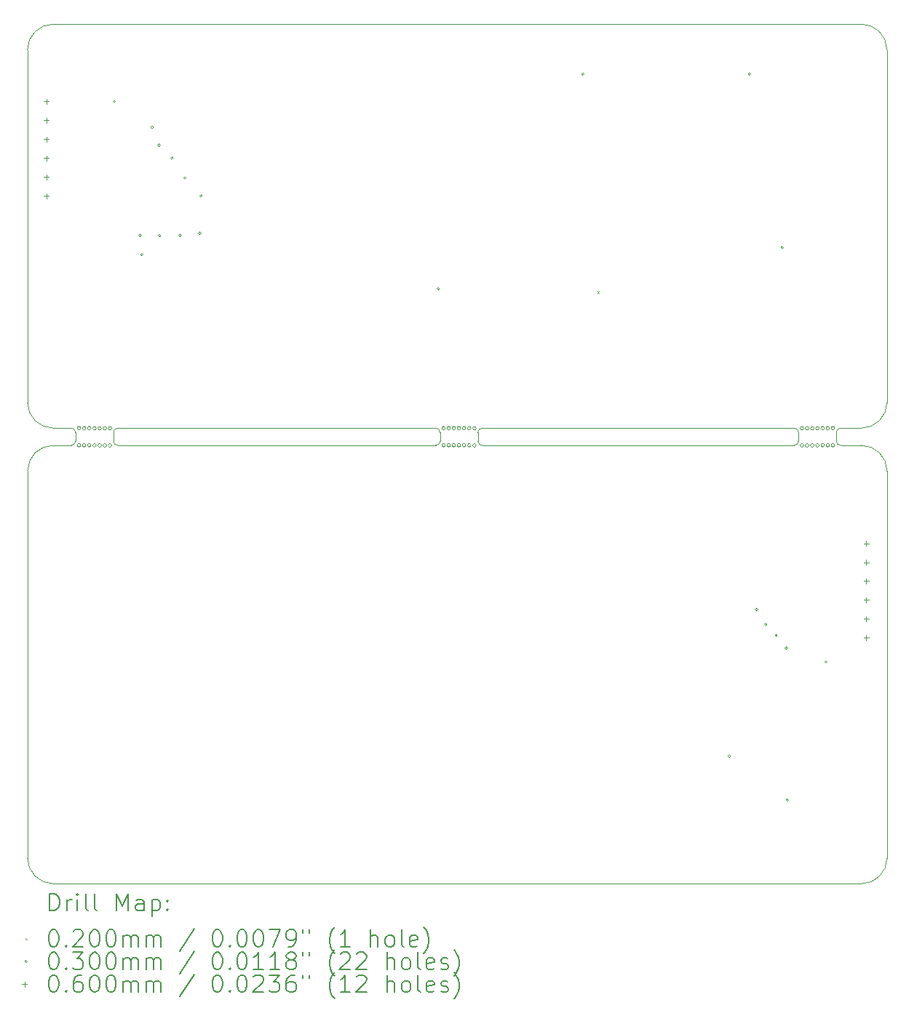
<source format=gbr>
%TF.GenerationSoftware,KiCad,Pcbnew,8.0.5*%
%TF.CreationDate,2024-10-21T22:27:20+11:00*%
%TF.ProjectId,TetrisKeyboard,54657472-6973-44b6-9579-626f6172642e,rev?*%
%TF.SameCoordinates,Original*%
%TF.FileFunction,Drillmap*%
%TF.FilePolarity,Positive*%
%FSLAX45Y45*%
G04 Gerber Fmt 4.5, Leading zero omitted, Abs format (unit mm)*
G04 Created by KiCad (PCBNEW 8.0.5) date 2024-10-21 22:27:20*
%MOMM*%
%LPD*%
G01*
G04 APERTURE LIST*
%ADD10C,0.050000*%
%ADD11C,0.200000*%
%ADD12C,0.100000*%
G04 APERTURE END LIST*
D10*
X6780000Y-7880000D02*
G75*
G02*
X6740000Y-7880000I-20000J0D01*
G01*
X6740000Y-7880000D02*
G75*
G02*
X6780000Y-7880000I20000J0D01*
G01*
X2780000Y-8080000D02*
G75*
G02*
X2740000Y-8080000I-20000J0D01*
G01*
X2740000Y-8080000D02*
G75*
G02*
X2780000Y-8080000I20000J0D01*
G01*
X11560000Y-7880000D02*
X11320000Y-7880000D01*
X1860000Y-3480000D02*
G75*
G02*
X2160000Y-3180000I300000J0D01*
G01*
X6900000Y-7880000D02*
G75*
G02*
X6860000Y-7880000I-20000J0D01*
G01*
X6860000Y-7880000D02*
G75*
G02*
X6900000Y-7880000I20000J0D01*
G01*
X10890000Y-7880000D02*
G75*
G02*
X10850000Y-7880000I-20000J0D01*
G01*
X10850000Y-7880000D02*
G75*
G02*
X10890000Y-7880000I20000J0D01*
G01*
X6660000Y-7930000D02*
X6660000Y-8030000D01*
X2840000Y-8080000D02*
G75*
G02*
X2800000Y-8080000I-20000J0D01*
G01*
X2800000Y-8080000D02*
G75*
G02*
X2840000Y-8080000I20000J0D01*
G01*
X11130000Y-7880000D02*
G75*
G02*
X11090000Y-7880000I-20000J0D01*
G01*
X11090000Y-7880000D02*
G75*
G02*
X11130000Y-7880000I20000J0D01*
G01*
X11190000Y-7880000D02*
G75*
G02*
X11150000Y-7880000I-20000J0D01*
G01*
X11150000Y-7880000D02*
G75*
G02*
X11190000Y-7880000I20000J0D01*
G01*
X10830000Y-8030000D02*
G75*
G02*
X10780000Y-8080000I-50000J0D01*
G01*
X11130000Y-8080000D02*
G75*
G02*
X11090000Y-8080000I-20000J0D01*
G01*
X11090000Y-8080000D02*
G75*
G02*
X11130000Y-8080000I20000J0D01*
G01*
X6720000Y-7880000D02*
G75*
G02*
X6680000Y-7880000I-20000J0D01*
G01*
X6680000Y-7880000D02*
G75*
G02*
X6720000Y-7880000I20000J0D01*
G01*
X11250000Y-8080000D02*
G75*
G02*
X11210000Y-8080000I-20000J0D01*
G01*
X11210000Y-8080000D02*
G75*
G02*
X11250000Y-8080000I20000J0D01*
G01*
X2480000Y-8080000D02*
G75*
G02*
X2440000Y-8080000I-20000J0D01*
G01*
X2440000Y-8080000D02*
G75*
G02*
X2480000Y-8080000I20000J0D01*
G01*
X1860000Y-7580000D02*
X1860000Y-3480000D01*
X6900000Y-8080000D02*
G75*
G02*
X6860000Y-8080000I-20000J0D01*
G01*
X6860000Y-8080000D02*
G75*
G02*
X6900000Y-8080000I20000J0D01*
G01*
X6660000Y-8030000D02*
G75*
G02*
X6610000Y-8080000I-50000J0D01*
G01*
X11860000Y-7580000D02*
G75*
G02*
X11560000Y-7880000I-300000J0D01*
G01*
X2160000Y-7880000D02*
G75*
G02*
X1860000Y-7580000I0J300000D01*
G01*
X11561000Y-13180000D02*
X2161000Y-13180000D01*
X7080000Y-8080000D02*
G75*
G02*
X7040000Y-8080000I-20000J0D01*
G01*
X7040000Y-8080000D02*
G75*
G02*
X7080000Y-8080000I20000J0D01*
G01*
X2480000Y-7880000D02*
G75*
G02*
X2440000Y-7880000I-20000J0D01*
G01*
X2440000Y-7880000D02*
G75*
G02*
X2480000Y-7880000I20000J0D01*
G01*
X6960000Y-8080000D02*
G75*
G02*
X6920000Y-8080000I-20000J0D01*
G01*
X6920000Y-8080000D02*
G75*
G02*
X6960000Y-8080000I20000J0D01*
G01*
X7020000Y-8080000D02*
G75*
G02*
X6980000Y-8080000I-20000J0D01*
G01*
X6980000Y-8080000D02*
G75*
G02*
X7020000Y-8080000I20000J0D01*
G01*
X2910000Y-8080000D02*
X6610000Y-8080000D01*
X10780000Y-7880000D02*
G75*
G02*
X10830000Y-7930000I0J-50000D01*
G01*
X11010000Y-8080000D02*
G75*
G02*
X10970000Y-8080000I-20000J0D01*
G01*
X10970000Y-8080000D02*
G75*
G02*
X11010000Y-8080000I20000J0D01*
G01*
X2420000Y-8030000D02*
G75*
G02*
X2370000Y-8080000I-50000J0D01*
G01*
X11561000Y-8080000D02*
G75*
G02*
X11861000Y-8380000I0J-300000D01*
G01*
X2420000Y-7930000D02*
X2420000Y-8030000D01*
X2600000Y-8080000D02*
G75*
G02*
X2560000Y-8080000I-20000J0D01*
G01*
X2560000Y-8080000D02*
G75*
G02*
X2600000Y-8080000I20000J0D01*
G01*
X11010000Y-7880000D02*
G75*
G02*
X10970000Y-7880000I-20000J0D01*
G01*
X10970000Y-7880000D02*
G75*
G02*
X11010000Y-7880000I20000J0D01*
G01*
X10950000Y-7880000D02*
G75*
G02*
X10910000Y-7880000I-20000J0D01*
G01*
X10910000Y-7880000D02*
G75*
G02*
X10950000Y-7880000I20000J0D01*
G01*
X2540000Y-8080000D02*
G75*
G02*
X2500000Y-8080000I-20000J0D01*
G01*
X2500000Y-8080000D02*
G75*
G02*
X2540000Y-8080000I20000J0D01*
G01*
X2860000Y-7930000D02*
G75*
G02*
X2910000Y-7880000I50000J0D01*
G01*
X2660000Y-7880000D02*
G75*
G02*
X2620000Y-7880000I-20000J0D01*
G01*
X2620000Y-7880000D02*
G75*
G02*
X2660000Y-7880000I20000J0D01*
G01*
X2161000Y-8080000D02*
X2370000Y-8080000D01*
X1861000Y-8380000D02*
G75*
G02*
X2161000Y-8080000I300000J0D01*
G01*
X6610000Y-7880000D02*
G75*
G02*
X6660000Y-7930000I0J-50000D01*
G01*
X10890000Y-8080000D02*
G75*
G02*
X10850000Y-8080000I-20000J0D01*
G01*
X10850000Y-8080000D02*
G75*
G02*
X10890000Y-8080000I20000J0D01*
G01*
X11270000Y-7930000D02*
X11270000Y-8030000D01*
X2860000Y-7930000D02*
X2860000Y-8030000D01*
X11250000Y-7880000D02*
G75*
G02*
X11210000Y-7880000I-20000J0D01*
G01*
X11210000Y-7880000D02*
G75*
G02*
X11250000Y-7880000I20000J0D01*
G01*
X6720000Y-8080000D02*
G75*
G02*
X6680000Y-8080000I-20000J0D01*
G01*
X6680000Y-8080000D02*
G75*
G02*
X6720000Y-8080000I20000J0D01*
G01*
X11861000Y-12880000D02*
G75*
G02*
X11561000Y-13180000I-300000J0D01*
G01*
X6780000Y-8080000D02*
G75*
G02*
X6740000Y-8080000I-20000J0D01*
G01*
X6740000Y-8080000D02*
G75*
G02*
X6780000Y-8080000I20000J0D01*
G01*
X11070000Y-7880000D02*
G75*
G02*
X11030000Y-7880000I-20000J0D01*
G01*
X11030000Y-7880000D02*
G75*
G02*
X11070000Y-7880000I20000J0D01*
G01*
X11320000Y-8080000D02*
G75*
G02*
X11270000Y-8030000I0J50000D01*
G01*
X2910000Y-7880000D02*
X6610000Y-7880000D01*
X2720000Y-7880000D02*
G75*
G02*
X2680000Y-7880000I-20000J0D01*
G01*
X2680000Y-7880000D02*
G75*
G02*
X2720000Y-7880000I20000J0D01*
G01*
X11190000Y-8080000D02*
G75*
G02*
X11150000Y-8080000I-20000J0D01*
G01*
X11150000Y-8080000D02*
G75*
G02*
X11190000Y-8080000I20000J0D01*
G01*
X7080000Y-7880000D02*
G75*
G02*
X7040000Y-7880000I-20000J0D01*
G01*
X7040000Y-7880000D02*
G75*
G02*
X7080000Y-7880000I20000J0D01*
G01*
X6840000Y-8080000D02*
G75*
G02*
X6800000Y-8080000I-20000J0D01*
G01*
X6800000Y-8080000D02*
G75*
G02*
X6840000Y-8080000I20000J0D01*
G01*
X2370000Y-7880000D02*
X2160000Y-7880000D01*
X11320000Y-8080000D02*
X11561000Y-8080000D01*
X7150000Y-8080000D02*
X10780000Y-8080000D01*
X11560000Y-3180000D02*
G75*
G02*
X11860000Y-3480000I0J-300000D01*
G01*
X2600000Y-7880000D02*
G75*
G02*
X2560000Y-7880000I-20000J0D01*
G01*
X2560000Y-7880000D02*
G75*
G02*
X2600000Y-7880000I20000J0D01*
G01*
X2160000Y-3180000D02*
X11560000Y-3180000D01*
X6840000Y-7880000D02*
G75*
G02*
X6800000Y-7880000I-20000J0D01*
G01*
X6800000Y-7880000D02*
G75*
G02*
X6840000Y-7880000I20000J0D01*
G01*
X2840000Y-7880000D02*
G75*
G02*
X2800000Y-7880000I-20000J0D01*
G01*
X2800000Y-7880000D02*
G75*
G02*
X2840000Y-7880000I20000J0D01*
G01*
X10780000Y-7880000D02*
X7150000Y-7880000D01*
X2660000Y-8080000D02*
G75*
G02*
X2620000Y-8080000I-20000J0D01*
G01*
X2620000Y-8080000D02*
G75*
G02*
X2660000Y-8080000I20000J0D01*
G01*
X11270000Y-7930000D02*
G75*
G02*
X11320000Y-7880000I50000J0D01*
G01*
X7150000Y-8080000D02*
G75*
G02*
X7100000Y-8030000I0J50000D01*
G01*
X2540000Y-7880000D02*
G75*
G02*
X2500000Y-7880000I-20000J0D01*
G01*
X2500000Y-7880000D02*
G75*
G02*
X2540000Y-7880000I20000J0D01*
G01*
X7020000Y-7880000D02*
G75*
G02*
X6980000Y-7880000I-20000J0D01*
G01*
X6980000Y-7880000D02*
G75*
G02*
X7020000Y-7880000I20000J0D01*
G01*
X7100000Y-7930000D02*
G75*
G02*
X7150000Y-7880000I50000J0D01*
G01*
X2720000Y-8080000D02*
G75*
G02*
X2680000Y-8080000I-20000J0D01*
G01*
X2680000Y-8080000D02*
G75*
G02*
X2720000Y-8080000I20000J0D01*
G01*
X11070000Y-8080000D02*
G75*
G02*
X11030000Y-8080000I-20000J0D01*
G01*
X11030000Y-8080000D02*
G75*
G02*
X11070000Y-8080000I20000J0D01*
G01*
X11860000Y-3480000D02*
X11860000Y-7580000D01*
X6960000Y-7880000D02*
G75*
G02*
X6920000Y-7880000I-20000J0D01*
G01*
X6920000Y-7880000D02*
G75*
G02*
X6960000Y-7880000I20000J0D01*
G01*
X2370000Y-7880000D02*
G75*
G02*
X2420000Y-7930000I0J-50000D01*
G01*
X10830000Y-7930000D02*
X10830000Y-8030000D01*
X2780000Y-7880000D02*
G75*
G02*
X2740000Y-7880000I-20000J0D01*
G01*
X2740000Y-7880000D02*
G75*
G02*
X2780000Y-7880000I20000J0D01*
G01*
X10950000Y-8080000D02*
G75*
G02*
X10910000Y-8080000I-20000J0D01*
G01*
X10910000Y-8080000D02*
G75*
G02*
X10950000Y-8080000I20000J0D01*
G01*
X11861000Y-8380000D02*
X11861000Y-12880000D01*
X1861000Y-12880000D02*
X1861000Y-8380000D01*
X2161000Y-13180000D02*
G75*
G02*
X1861000Y-12880000I0J300000D01*
G01*
X7100000Y-7930000D02*
X7100000Y-8030000D01*
X2910000Y-8080000D02*
G75*
G02*
X2860000Y-8030000I0J50000D01*
G01*
D11*
D12*
X8490000Y-6290000D02*
X8510000Y-6310000D01*
X8510000Y-6290000D02*
X8490000Y-6310000D01*
X2885000Y-4080000D02*
G75*
G02*
X2855000Y-4080000I-15000J0D01*
G01*
X2855000Y-4080000D02*
G75*
G02*
X2885000Y-4080000I15000J0D01*
G01*
X3185000Y-5640000D02*
G75*
G02*
X3155000Y-5640000I-15000J0D01*
G01*
X3155000Y-5640000D02*
G75*
G02*
X3185000Y-5640000I15000J0D01*
G01*
X3205000Y-5860000D02*
G75*
G02*
X3175000Y-5860000I-15000J0D01*
G01*
X3175000Y-5860000D02*
G75*
G02*
X3205000Y-5860000I15000J0D01*
G01*
X3325000Y-4380000D02*
G75*
G02*
X3295000Y-4380000I-15000J0D01*
G01*
X3295000Y-4380000D02*
G75*
G02*
X3325000Y-4380000I15000J0D01*
G01*
X3405000Y-4590000D02*
G75*
G02*
X3375000Y-4590000I-15000J0D01*
G01*
X3375000Y-4590000D02*
G75*
G02*
X3405000Y-4590000I15000J0D01*
G01*
X3411000Y-5640000D02*
G75*
G02*
X3381000Y-5640000I-15000J0D01*
G01*
X3381000Y-5640000D02*
G75*
G02*
X3411000Y-5640000I15000J0D01*
G01*
X3555000Y-4740000D02*
G75*
G02*
X3525000Y-4740000I-15000J0D01*
G01*
X3525000Y-4740000D02*
G75*
G02*
X3555000Y-4740000I15000J0D01*
G01*
X3651000Y-5640000D02*
G75*
G02*
X3621000Y-5640000I-15000J0D01*
G01*
X3621000Y-5640000D02*
G75*
G02*
X3651000Y-5640000I15000J0D01*
G01*
X3705000Y-4970000D02*
G75*
G02*
X3675000Y-4970000I-15000J0D01*
G01*
X3675000Y-4970000D02*
G75*
G02*
X3705000Y-4970000I15000J0D01*
G01*
X3878000Y-5613000D02*
G75*
G02*
X3848000Y-5613000I-15000J0D01*
G01*
X3848000Y-5613000D02*
G75*
G02*
X3878000Y-5613000I15000J0D01*
G01*
X3895000Y-5180000D02*
G75*
G02*
X3865000Y-5180000I-15000J0D01*
G01*
X3865000Y-5180000D02*
G75*
G02*
X3895000Y-5180000I15000J0D01*
G01*
X6655000Y-6260000D02*
G75*
G02*
X6625000Y-6260000I-15000J0D01*
G01*
X6625000Y-6260000D02*
G75*
G02*
X6655000Y-6260000I15000J0D01*
G01*
X8335000Y-3760000D02*
G75*
G02*
X8305000Y-3760000I-15000J0D01*
G01*
X8305000Y-3760000D02*
G75*
G02*
X8335000Y-3760000I15000J0D01*
G01*
X10038000Y-11697000D02*
G75*
G02*
X10008000Y-11697000I-15000J0D01*
G01*
X10008000Y-11697000D02*
G75*
G02*
X10038000Y-11697000I15000J0D01*
G01*
X10275000Y-3760000D02*
G75*
G02*
X10245000Y-3760000I-15000J0D01*
G01*
X10245000Y-3760000D02*
G75*
G02*
X10275000Y-3760000I15000J0D01*
G01*
X10355000Y-9990000D02*
G75*
G02*
X10325000Y-9990000I-15000J0D01*
G01*
X10325000Y-9990000D02*
G75*
G02*
X10355000Y-9990000I15000J0D01*
G01*
X10465000Y-10160000D02*
G75*
G02*
X10435000Y-10160000I-15000J0D01*
G01*
X10435000Y-10160000D02*
G75*
G02*
X10465000Y-10160000I15000J0D01*
G01*
X10585000Y-10290000D02*
G75*
G02*
X10555000Y-10290000I-15000J0D01*
G01*
X10555000Y-10290000D02*
G75*
G02*
X10585000Y-10290000I15000J0D01*
G01*
X10655000Y-5780000D02*
G75*
G02*
X10625000Y-5780000I-15000J0D01*
G01*
X10625000Y-5780000D02*
G75*
G02*
X10655000Y-5780000I15000J0D01*
G01*
X10705000Y-10440000D02*
G75*
G02*
X10675000Y-10440000I-15000J0D01*
G01*
X10675000Y-10440000D02*
G75*
G02*
X10705000Y-10440000I15000J0D01*
G01*
X10715000Y-12205000D02*
G75*
G02*
X10685000Y-12205000I-15000J0D01*
G01*
X10685000Y-12205000D02*
G75*
G02*
X10715000Y-12205000I15000J0D01*
G01*
X11165000Y-10600000D02*
G75*
G02*
X11135000Y-10600000I-15000J0D01*
G01*
X11135000Y-10600000D02*
G75*
G02*
X11165000Y-10600000I15000J0D01*
G01*
X2080000Y-4050000D02*
X2080000Y-4110000D01*
X2050000Y-4080000D02*
X2110000Y-4080000D01*
X2080000Y-4270000D02*
X2080000Y-4330000D01*
X2050000Y-4300000D02*
X2110000Y-4300000D01*
X2080000Y-4490000D02*
X2080000Y-4550000D01*
X2050000Y-4520000D02*
X2110000Y-4520000D01*
X2080000Y-4710000D02*
X2080000Y-4770000D01*
X2050000Y-4740000D02*
X2110000Y-4740000D01*
X2080000Y-4930000D02*
X2080000Y-4990000D01*
X2050000Y-4960000D02*
X2110000Y-4960000D01*
X2080000Y-5150000D02*
X2080000Y-5210000D01*
X2050000Y-5180000D02*
X2110000Y-5180000D01*
X11620000Y-9190000D02*
X11620000Y-9250000D01*
X11590000Y-9220000D02*
X11650000Y-9220000D01*
X11620000Y-9410000D02*
X11620000Y-9470000D01*
X11590000Y-9440000D02*
X11650000Y-9440000D01*
X11620000Y-9630000D02*
X11620000Y-9690000D01*
X11590000Y-9660000D02*
X11650000Y-9660000D01*
X11620000Y-9850000D02*
X11620000Y-9910000D01*
X11590000Y-9880000D02*
X11650000Y-9880000D01*
X11620000Y-10070000D02*
X11620000Y-10130000D01*
X11590000Y-10100000D02*
X11650000Y-10100000D01*
X11620000Y-10290000D02*
X11620000Y-10350000D01*
X11590000Y-10320000D02*
X11650000Y-10320000D01*
D11*
X2118277Y-13493984D02*
X2118277Y-13293984D01*
X2118277Y-13293984D02*
X2165896Y-13293984D01*
X2165896Y-13293984D02*
X2194467Y-13303508D01*
X2194467Y-13303508D02*
X2213515Y-13322555D01*
X2213515Y-13322555D02*
X2223039Y-13341603D01*
X2223039Y-13341603D02*
X2232563Y-13379698D01*
X2232563Y-13379698D02*
X2232563Y-13408269D01*
X2232563Y-13408269D02*
X2223039Y-13446365D01*
X2223039Y-13446365D02*
X2213515Y-13465412D01*
X2213515Y-13465412D02*
X2194467Y-13484460D01*
X2194467Y-13484460D02*
X2165896Y-13493984D01*
X2165896Y-13493984D02*
X2118277Y-13493984D01*
X2318277Y-13493984D02*
X2318277Y-13360650D01*
X2318277Y-13398746D02*
X2327801Y-13379698D01*
X2327801Y-13379698D02*
X2337324Y-13370174D01*
X2337324Y-13370174D02*
X2356372Y-13360650D01*
X2356372Y-13360650D02*
X2375420Y-13360650D01*
X2442086Y-13493984D02*
X2442086Y-13360650D01*
X2442086Y-13293984D02*
X2432563Y-13303508D01*
X2432563Y-13303508D02*
X2442086Y-13313031D01*
X2442086Y-13313031D02*
X2451610Y-13303508D01*
X2451610Y-13303508D02*
X2442086Y-13293984D01*
X2442086Y-13293984D02*
X2442086Y-13313031D01*
X2565896Y-13493984D02*
X2546848Y-13484460D01*
X2546848Y-13484460D02*
X2537324Y-13465412D01*
X2537324Y-13465412D02*
X2537324Y-13293984D01*
X2670658Y-13493984D02*
X2651610Y-13484460D01*
X2651610Y-13484460D02*
X2642086Y-13465412D01*
X2642086Y-13465412D02*
X2642086Y-13293984D01*
X2899229Y-13493984D02*
X2899229Y-13293984D01*
X2899229Y-13293984D02*
X2965896Y-13436841D01*
X2965896Y-13436841D02*
X3032562Y-13293984D01*
X3032562Y-13293984D02*
X3032562Y-13493984D01*
X3213515Y-13493984D02*
X3213515Y-13389222D01*
X3213515Y-13389222D02*
X3203991Y-13370174D01*
X3203991Y-13370174D02*
X3184943Y-13360650D01*
X3184943Y-13360650D02*
X3146848Y-13360650D01*
X3146848Y-13360650D02*
X3127801Y-13370174D01*
X3213515Y-13484460D02*
X3194467Y-13493984D01*
X3194467Y-13493984D02*
X3146848Y-13493984D01*
X3146848Y-13493984D02*
X3127801Y-13484460D01*
X3127801Y-13484460D02*
X3118277Y-13465412D01*
X3118277Y-13465412D02*
X3118277Y-13446365D01*
X3118277Y-13446365D02*
X3127801Y-13427317D01*
X3127801Y-13427317D02*
X3146848Y-13417793D01*
X3146848Y-13417793D02*
X3194467Y-13417793D01*
X3194467Y-13417793D02*
X3213515Y-13408269D01*
X3308753Y-13360650D02*
X3308753Y-13560650D01*
X3308753Y-13370174D02*
X3327801Y-13360650D01*
X3327801Y-13360650D02*
X3365896Y-13360650D01*
X3365896Y-13360650D02*
X3384943Y-13370174D01*
X3384943Y-13370174D02*
X3394467Y-13379698D01*
X3394467Y-13379698D02*
X3403991Y-13398746D01*
X3403991Y-13398746D02*
X3403991Y-13455888D01*
X3403991Y-13455888D02*
X3394467Y-13474936D01*
X3394467Y-13474936D02*
X3384943Y-13484460D01*
X3384943Y-13484460D02*
X3365896Y-13493984D01*
X3365896Y-13493984D02*
X3327801Y-13493984D01*
X3327801Y-13493984D02*
X3308753Y-13484460D01*
X3489705Y-13474936D02*
X3499229Y-13484460D01*
X3499229Y-13484460D02*
X3489705Y-13493984D01*
X3489705Y-13493984D02*
X3480182Y-13484460D01*
X3480182Y-13484460D02*
X3489705Y-13474936D01*
X3489705Y-13474936D02*
X3489705Y-13493984D01*
X3489705Y-13370174D02*
X3499229Y-13379698D01*
X3499229Y-13379698D02*
X3489705Y-13389222D01*
X3489705Y-13389222D02*
X3480182Y-13379698D01*
X3480182Y-13379698D02*
X3489705Y-13370174D01*
X3489705Y-13370174D02*
X3489705Y-13389222D01*
D12*
X1837500Y-13812500D02*
X1857500Y-13832500D01*
X1857500Y-13812500D02*
X1837500Y-13832500D01*
D11*
X2156372Y-13713984D02*
X2175420Y-13713984D01*
X2175420Y-13713984D02*
X2194467Y-13723508D01*
X2194467Y-13723508D02*
X2203991Y-13733031D01*
X2203991Y-13733031D02*
X2213515Y-13752079D01*
X2213515Y-13752079D02*
X2223039Y-13790174D01*
X2223039Y-13790174D02*
X2223039Y-13837793D01*
X2223039Y-13837793D02*
X2213515Y-13875888D01*
X2213515Y-13875888D02*
X2203991Y-13894936D01*
X2203991Y-13894936D02*
X2194467Y-13904460D01*
X2194467Y-13904460D02*
X2175420Y-13913984D01*
X2175420Y-13913984D02*
X2156372Y-13913984D01*
X2156372Y-13913984D02*
X2137324Y-13904460D01*
X2137324Y-13904460D02*
X2127801Y-13894936D01*
X2127801Y-13894936D02*
X2118277Y-13875888D01*
X2118277Y-13875888D02*
X2108753Y-13837793D01*
X2108753Y-13837793D02*
X2108753Y-13790174D01*
X2108753Y-13790174D02*
X2118277Y-13752079D01*
X2118277Y-13752079D02*
X2127801Y-13733031D01*
X2127801Y-13733031D02*
X2137324Y-13723508D01*
X2137324Y-13723508D02*
X2156372Y-13713984D01*
X2308753Y-13894936D02*
X2318277Y-13904460D01*
X2318277Y-13904460D02*
X2308753Y-13913984D01*
X2308753Y-13913984D02*
X2299229Y-13904460D01*
X2299229Y-13904460D02*
X2308753Y-13894936D01*
X2308753Y-13894936D02*
X2308753Y-13913984D01*
X2394467Y-13733031D02*
X2403991Y-13723508D01*
X2403991Y-13723508D02*
X2423039Y-13713984D01*
X2423039Y-13713984D02*
X2470658Y-13713984D01*
X2470658Y-13713984D02*
X2489705Y-13723508D01*
X2489705Y-13723508D02*
X2499229Y-13733031D01*
X2499229Y-13733031D02*
X2508753Y-13752079D01*
X2508753Y-13752079D02*
X2508753Y-13771127D01*
X2508753Y-13771127D02*
X2499229Y-13799698D01*
X2499229Y-13799698D02*
X2384944Y-13913984D01*
X2384944Y-13913984D02*
X2508753Y-13913984D01*
X2632563Y-13713984D02*
X2651610Y-13713984D01*
X2651610Y-13713984D02*
X2670658Y-13723508D01*
X2670658Y-13723508D02*
X2680182Y-13733031D01*
X2680182Y-13733031D02*
X2689705Y-13752079D01*
X2689705Y-13752079D02*
X2699229Y-13790174D01*
X2699229Y-13790174D02*
X2699229Y-13837793D01*
X2699229Y-13837793D02*
X2689705Y-13875888D01*
X2689705Y-13875888D02*
X2680182Y-13894936D01*
X2680182Y-13894936D02*
X2670658Y-13904460D01*
X2670658Y-13904460D02*
X2651610Y-13913984D01*
X2651610Y-13913984D02*
X2632563Y-13913984D01*
X2632563Y-13913984D02*
X2613515Y-13904460D01*
X2613515Y-13904460D02*
X2603991Y-13894936D01*
X2603991Y-13894936D02*
X2594467Y-13875888D01*
X2594467Y-13875888D02*
X2584944Y-13837793D01*
X2584944Y-13837793D02*
X2584944Y-13790174D01*
X2584944Y-13790174D02*
X2594467Y-13752079D01*
X2594467Y-13752079D02*
X2603991Y-13733031D01*
X2603991Y-13733031D02*
X2613515Y-13723508D01*
X2613515Y-13723508D02*
X2632563Y-13713984D01*
X2823039Y-13713984D02*
X2842086Y-13713984D01*
X2842086Y-13713984D02*
X2861134Y-13723508D01*
X2861134Y-13723508D02*
X2870658Y-13733031D01*
X2870658Y-13733031D02*
X2880182Y-13752079D01*
X2880182Y-13752079D02*
X2889705Y-13790174D01*
X2889705Y-13790174D02*
X2889705Y-13837793D01*
X2889705Y-13837793D02*
X2880182Y-13875888D01*
X2880182Y-13875888D02*
X2870658Y-13894936D01*
X2870658Y-13894936D02*
X2861134Y-13904460D01*
X2861134Y-13904460D02*
X2842086Y-13913984D01*
X2842086Y-13913984D02*
X2823039Y-13913984D01*
X2823039Y-13913984D02*
X2803991Y-13904460D01*
X2803991Y-13904460D02*
X2794467Y-13894936D01*
X2794467Y-13894936D02*
X2784944Y-13875888D01*
X2784944Y-13875888D02*
X2775420Y-13837793D01*
X2775420Y-13837793D02*
X2775420Y-13790174D01*
X2775420Y-13790174D02*
X2784944Y-13752079D01*
X2784944Y-13752079D02*
X2794467Y-13733031D01*
X2794467Y-13733031D02*
X2803991Y-13723508D01*
X2803991Y-13723508D02*
X2823039Y-13713984D01*
X2975420Y-13913984D02*
X2975420Y-13780650D01*
X2975420Y-13799698D02*
X2984943Y-13790174D01*
X2984943Y-13790174D02*
X3003991Y-13780650D01*
X3003991Y-13780650D02*
X3032563Y-13780650D01*
X3032563Y-13780650D02*
X3051610Y-13790174D01*
X3051610Y-13790174D02*
X3061134Y-13809222D01*
X3061134Y-13809222D02*
X3061134Y-13913984D01*
X3061134Y-13809222D02*
X3070658Y-13790174D01*
X3070658Y-13790174D02*
X3089705Y-13780650D01*
X3089705Y-13780650D02*
X3118277Y-13780650D01*
X3118277Y-13780650D02*
X3137324Y-13790174D01*
X3137324Y-13790174D02*
X3146848Y-13809222D01*
X3146848Y-13809222D02*
X3146848Y-13913984D01*
X3242086Y-13913984D02*
X3242086Y-13780650D01*
X3242086Y-13799698D02*
X3251610Y-13790174D01*
X3251610Y-13790174D02*
X3270658Y-13780650D01*
X3270658Y-13780650D02*
X3299229Y-13780650D01*
X3299229Y-13780650D02*
X3318277Y-13790174D01*
X3318277Y-13790174D02*
X3327801Y-13809222D01*
X3327801Y-13809222D02*
X3327801Y-13913984D01*
X3327801Y-13809222D02*
X3337324Y-13790174D01*
X3337324Y-13790174D02*
X3356372Y-13780650D01*
X3356372Y-13780650D02*
X3384943Y-13780650D01*
X3384943Y-13780650D02*
X3403991Y-13790174D01*
X3403991Y-13790174D02*
X3413515Y-13809222D01*
X3413515Y-13809222D02*
X3413515Y-13913984D01*
X3803991Y-13704460D02*
X3632563Y-13961603D01*
X4061134Y-13713984D02*
X4080182Y-13713984D01*
X4080182Y-13713984D02*
X4099229Y-13723508D01*
X4099229Y-13723508D02*
X4108753Y-13733031D01*
X4108753Y-13733031D02*
X4118277Y-13752079D01*
X4118277Y-13752079D02*
X4127801Y-13790174D01*
X4127801Y-13790174D02*
X4127801Y-13837793D01*
X4127801Y-13837793D02*
X4118277Y-13875888D01*
X4118277Y-13875888D02*
X4108753Y-13894936D01*
X4108753Y-13894936D02*
X4099229Y-13904460D01*
X4099229Y-13904460D02*
X4080182Y-13913984D01*
X4080182Y-13913984D02*
X4061134Y-13913984D01*
X4061134Y-13913984D02*
X4042086Y-13904460D01*
X4042086Y-13904460D02*
X4032563Y-13894936D01*
X4032563Y-13894936D02*
X4023039Y-13875888D01*
X4023039Y-13875888D02*
X4013515Y-13837793D01*
X4013515Y-13837793D02*
X4013515Y-13790174D01*
X4013515Y-13790174D02*
X4023039Y-13752079D01*
X4023039Y-13752079D02*
X4032563Y-13733031D01*
X4032563Y-13733031D02*
X4042086Y-13723508D01*
X4042086Y-13723508D02*
X4061134Y-13713984D01*
X4213515Y-13894936D02*
X4223039Y-13904460D01*
X4223039Y-13904460D02*
X4213515Y-13913984D01*
X4213515Y-13913984D02*
X4203991Y-13904460D01*
X4203991Y-13904460D02*
X4213515Y-13894936D01*
X4213515Y-13894936D02*
X4213515Y-13913984D01*
X4346848Y-13713984D02*
X4365896Y-13713984D01*
X4365896Y-13713984D02*
X4384944Y-13723508D01*
X4384944Y-13723508D02*
X4394468Y-13733031D01*
X4394468Y-13733031D02*
X4403991Y-13752079D01*
X4403991Y-13752079D02*
X4413515Y-13790174D01*
X4413515Y-13790174D02*
X4413515Y-13837793D01*
X4413515Y-13837793D02*
X4403991Y-13875888D01*
X4403991Y-13875888D02*
X4394468Y-13894936D01*
X4394468Y-13894936D02*
X4384944Y-13904460D01*
X4384944Y-13904460D02*
X4365896Y-13913984D01*
X4365896Y-13913984D02*
X4346848Y-13913984D01*
X4346848Y-13913984D02*
X4327801Y-13904460D01*
X4327801Y-13904460D02*
X4318277Y-13894936D01*
X4318277Y-13894936D02*
X4308753Y-13875888D01*
X4308753Y-13875888D02*
X4299229Y-13837793D01*
X4299229Y-13837793D02*
X4299229Y-13790174D01*
X4299229Y-13790174D02*
X4308753Y-13752079D01*
X4308753Y-13752079D02*
X4318277Y-13733031D01*
X4318277Y-13733031D02*
X4327801Y-13723508D01*
X4327801Y-13723508D02*
X4346848Y-13713984D01*
X4537325Y-13713984D02*
X4556372Y-13713984D01*
X4556372Y-13713984D02*
X4575420Y-13723508D01*
X4575420Y-13723508D02*
X4584944Y-13733031D01*
X4584944Y-13733031D02*
X4594468Y-13752079D01*
X4594468Y-13752079D02*
X4603991Y-13790174D01*
X4603991Y-13790174D02*
X4603991Y-13837793D01*
X4603991Y-13837793D02*
X4594468Y-13875888D01*
X4594468Y-13875888D02*
X4584944Y-13894936D01*
X4584944Y-13894936D02*
X4575420Y-13904460D01*
X4575420Y-13904460D02*
X4556372Y-13913984D01*
X4556372Y-13913984D02*
X4537325Y-13913984D01*
X4537325Y-13913984D02*
X4518277Y-13904460D01*
X4518277Y-13904460D02*
X4508753Y-13894936D01*
X4508753Y-13894936D02*
X4499229Y-13875888D01*
X4499229Y-13875888D02*
X4489706Y-13837793D01*
X4489706Y-13837793D02*
X4489706Y-13790174D01*
X4489706Y-13790174D02*
X4499229Y-13752079D01*
X4499229Y-13752079D02*
X4508753Y-13733031D01*
X4508753Y-13733031D02*
X4518277Y-13723508D01*
X4518277Y-13723508D02*
X4537325Y-13713984D01*
X4670658Y-13713984D02*
X4803991Y-13713984D01*
X4803991Y-13713984D02*
X4718277Y-13913984D01*
X4889706Y-13913984D02*
X4927801Y-13913984D01*
X4927801Y-13913984D02*
X4946849Y-13904460D01*
X4946849Y-13904460D02*
X4956372Y-13894936D01*
X4956372Y-13894936D02*
X4975420Y-13866365D01*
X4975420Y-13866365D02*
X4984944Y-13828269D01*
X4984944Y-13828269D02*
X4984944Y-13752079D01*
X4984944Y-13752079D02*
X4975420Y-13733031D01*
X4975420Y-13733031D02*
X4965896Y-13723508D01*
X4965896Y-13723508D02*
X4946849Y-13713984D01*
X4946849Y-13713984D02*
X4908753Y-13713984D01*
X4908753Y-13713984D02*
X4889706Y-13723508D01*
X4889706Y-13723508D02*
X4880182Y-13733031D01*
X4880182Y-13733031D02*
X4870658Y-13752079D01*
X4870658Y-13752079D02*
X4870658Y-13799698D01*
X4870658Y-13799698D02*
X4880182Y-13818746D01*
X4880182Y-13818746D02*
X4889706Y-13828269D01*
X4889706Y-13828269D02*
X4908753Y-13837793D01*
X4908753Y-13837793D02*
X4946849Y-13837793D01*
X4946849Y-13837793D02*
X4965896Y-13828269D01*
X4965896Y-13828269D02*
X4975420Y-13818746D01*
X4975420Y-13818746D02*
X4984944Y-13799698D01*
X5061134Y-13713984D02*
X5061134Y-13752079D01*
X5137325Y-13713984D02*
X5137325Y-13752079D01*
X5432563Y-13990174D02*
X5423039Y-13980650D01*
X5423039Y-13980650D02*
X5403991Y-13952079D01*
X5403991Y-13952079D02*
X5394468Y-13933031D01*
X5394468Y-13933031D02*
X5384944Y-13904460D01*
X5384944Y-13904460D02*
X5375420Y-13856841D01*
X5375420Y-13856841D02*
X5375420Y-13818746D01*
X5375420Y-13818746D02*
X5384944Y-13771127D01*
X5384944Y-13771127D02*
X5394468Y-13742555D01*
X5394468Y-13742555D02*
X5403991Y-13723508D01*
X5403991Y-13723508D02*
X5423039Y-13694936D01*
X5423039Y-13694936D02*
X5432563Y-13685412D01*
X5613515Y-13913984D02*
X5499230Y-13913984D01*
X5556372Y-13913984D02*
X5556372Y-13713984D01*
X5556372Y-13713984D02*
X5537325Y-13742555D01*
X5537325Y-13742555D02*
X5518277Y-13761603D01*
X5518277Y-13761603D02*
X5499230Y-13771127D01*
X5851610Y-13913984D02*
X5851610Y-13713984D01*
X5937325Y-13913984D02*
X5937325Y-13809222D01*
X5937325Y-13809222D02*
X5927801Y-13790174D01*
X5927801Y-13790174D02*
X5908753Y-13780650D01*
X5908753Y-13780650D02*
X5880182Y-13780650D01*
X5880182Y-13780650D02*
X5861134Y-13790174D01*
X5861134Y-13790174D02*
X5851610Y-13799698D01*
X6061134Y-13913984D02*
X6042087Y-13904460D01*
X6042087Y-13904460D02*
X6032563Y-13894936D01*
X6032563Y-13894936D02*
X6023039Y-13875888D01*
X6023039Y-13875888D02*
X6023039Y-13818746D01*
X6023039Y-13818746D02*
X6032563Y-13799698D01*
X6032563Y-13799698D02*
X6042087Y-13790174D01*
X6042087Y-13790174D02*
X6061134Y-13780650D01*
X6061134Y-13780650D02*
X6089706Y-13780650D01*
X6089706Y-13780650D02*
X6108753Y-13790174D01*
X6108753Y-13790174D02*
X6118277Y-13799698D01*
X6118277Y-13799698D02*
X6127801Y-13818746D01*
X6127801Y-13818746D02*
X6127801Y-13875888D01*
X6127801Y-13875888D02*
X6118277Y-13894936D01*
X6118277Y-13894936D02*
X6108753Y-13904460D01*
X6108753Y-13904460D02*
X6089706Y-13913984D01*
X6089706Y-13913984D02*
X6061134Y-13913984D01*
X6242087Y-13913984D02*
X6223039Y-13904460D01*
X6223039Y-13904460D02*
X6213515Y-13885412D01*
X6213515Y-13885412D02*
X6213515Y-13713984D01*
X6394468Y-13904460D02*
X6375420Y-13913984D01*
X6375420Y-13913984D02*
X6337325Y-13913984D01*
X6337325Y-13913984D02*
X6318277Y-13904460D01*
X6318277Y-13904460D02*
X6308753Y-13885412D01*
X6308753Y-13885412D02*
X6308753Y-13809222D01*
X6308753Y-13809222D02*
X6318277Y-13790174D01*
X6318277Y-13790174D02*
X6337325Y-13780650D01*
X6337325Y-13780650D02*
X6375420Y-13780650D01*
X6375420Y-13780650D02*
X6394468Y-13790174D01*
X6394468Y-13790174D02*
X6403991Y-13809222D01*
X6403991Y-13809222D02*
X6403991Y-13828269D01*
X6403991Y-13828269D02*
X6308753Y-13847317D01*
X6470658Y-13990174D02*
X6480182Y-13980650D01*
X6480182Y-13980650D02*
X6499230Y-13952079D01*
X6499230Y-13952079D02*
X6508753Y-13933031D01*
X6508753Y-13933031D02*
X6518277Y-13904460D01*
X6518277Y-13904460D02*
X6527801Y-13856841D01*
X6527801Y-13856841D02*
X6527801Y-13818746D01*
X6527801Y-13818746D02*
X6518277Y-13771127D01*
X6518277Y-13771127D02*
X6508753Y-13742555D01*
X6508753Y-13742555D02*
X6499230Y-13723508D01*
X6499230Y-13723508D02*
X6480182Y-13694936D01*
X6480182Y-13694936D02*
X6470658Y-13685412D01*
D12*
X1857500Y-14086500D02*
G75*
G02*
X1827500Y-14086500I-15000J0D01*
G01*
X1827500Y-14086500D02*
G75*
G02*
X1857500Y-14086500I15000J0D01*
G01*
D11*
X2156372Y-13977984D02*
X2175420Y-13977984D01*
X2175420Y-13977984D02*
X2194467Y-13987508D01*
X2194467Y-13987508D02*
X2203991Y-13997031D01*
X2203991Y-13997031D02*
X2213515Y-14016079D01*
X2213515Y-14016079D02*
X2223039Y-14054174D01*
X2223039Y-14054174D02*
X2223039Y-14101793D01*
X2223039Y-14101793D02*
X2213515Y-14139888D01*
X2213515Y-14139888D02*
X2203991Y-14158936D01*
X2203991Y-14158936D02*
X2194467Y-14168460D01*
X2194467Y-14168460D02*
X2175420Y-14177984D01*
X2175420Y-14177984D02*
X2156372Y-14177984D01*
X2156372Y-14177984D02*
X2137324Y-14168460D01*
X2137324Y-14168460D02*
X2127801Y-14158936D01*
X2127801Y-14158936D02*
X2118277Y-14139888D01*
X2118277Y-14139888D02*
X2108753Y-14101793D01*
X2108753Y-14101793D02*
X2108753Y-14054174D01*
X2108753Y-14054174D02*
X2118277Y-14016079D01*
X2118277Y-14016079D02*
X2127801Y-13997031D01*
X2127801Y-13997031D02*
X2137324Y-13987508D01*
X2137324Y-13987508D02*
X2156372Y-13977984D01*
X2308753Y-14158936D02*
X2318277Y-14168460D01*
X2318277Y-14168460D02*
X2308753Y-14177984D01*
X2308753Y-14177984D02*
X2299229Y-14168460D01*
X2299229Y-14168460D02*
X2308753Y-14158936D01*
X2308753Y-14158936D02*
X2308753Y-14177984D01*
X2384944Y-13977984D02*
X2508753Y-13977984D01*
X2508753Y-13977984D02*
X2442086Y-14054174D01*
X2442086Y-14054174D02*
X2470658Y-14054174D01*
X2470658Y-14054174D02*
X2489705Y-14063698D01*
X2489705Y-14063698D02*
X2499229Y-14073222D01*
X2499229Y-14073222D02*
X2508753Y-14092269D01*
X2508753Y-14092269D02*
X2508753Y-14139888D01*
X2508753Y-14139888D02*
X2499229Y-14158936D01*
X2499229Y-14158936D02*
X2489705Y-14168460D01*
X2489705Y-14168460D02*
X2470658Y-14177984D01*
X2470658Y-14177984D02*
X2413515Y-14177984D01*
X2413515Y-14177984D02*
X2394467Y-14168460D01*
X2394467Y-14168460D02*
X2384944Y-14158936D01*
X2632563Y-13977984D02*
X2651610Y-13977984D01*
X2651610Y-13977984D02*
X2670658Y-13987508D01*
X2670658Y-13987508D02*
X2680182Y-13997031D01*
X2680182Y-13997031D02*
X2689705Y-14016079D01*
X2689705Y-14016079D02*
X2699229Y-14054174D01*
X2699229Y-14054174D02*
X2699229Y-14101793D01*
X2699229Y-14101793D02*
X2689705Y-14139888D01*
X2689705Y-14139888D02*
X2680182Y-14158936D01*
X2680182Y-14158936D02*
X2670658Y-14168460D01*
X2670658Y-14168460D02*
X2651610Y-14177984D01*
X2651610Y-14177984D02*
X2632563Y-14177984D01*
X2632563Y-14177984D02*
X2613515Y-14168460D01*
X2613515Y-14168460D02*
X2603991Y-14158936D01*
X2603991Y-14158936D02*
X2594467Y-14139888D01*
X2594467Y-14139888D02*
X2584944Y-14101793D01*
X2584944Y-14101793D02*
X2584944Y-14054174D01*
X2584944Y-14054174D02*
X2594467Y-14016079D01*
X2594467Y-14016079D02*
X2603991Y-13997031D01*
X2603991Y-13997031D02*
X2613515Y-13987508D01*
X2613515Y-13987508D02*
X2632563Y-13977984D01*
X2823039Y-13977984D02*
X2842086Y-13977984D01*
X2842086Y-13977984D02*
X2861134Y-13987508D01*
X2861134Y-13987508D02*
X2870658Y-13997031D01*
X2870658Y-13997031D02*
X2880182Y-14016079D01*
X2880182Y-14016079D02*
X2889705Y-14054174D01*
X2889705Y-14054174D02*
X2889705Y-14101793D01*
X2889705Y-14101793D02*
X2880182Y-14139888D01*
X2880182Y-14139888D02*
X2870658Y-14158936D01*
X2870658Y-14158936D02*
X2861134Y-14168460D01*
X2861134Y-14168460D02*
X2842086Y-14177984D01*
X2842086Y-14177984D02*
X2823039Y-14177984D01*
X2823039Y-14177984D02*
X2803991Y-14168460D01*
X2803991Y-14168460D02*
X2794467Y-14158936D01*
X2794467Y-14158936D02*
X2784944Y-14139888D01*
X2784944Y-14139888D02*
X2775420Y-14101793D01*
X2775420Y-14101793D02*
X2775420Y-14054174D01*
X2775420Y-14054174D02*
X2784944Y-14016079D01*
X2784944Y-14016079D02*
X2794467Y-13997031D01*
X2794467Y-13997031D02*
X2803991Y-13987508D01*
X2803991Y-13987508D02*
X2823039Y-13977984D01*
X2975420Y-14177984D02*
X2975420Y-14044650D01*
X2975420Y-14063698D02*
X2984943Y-14054174D01*
X2984943Y-14054174D02*
X3003991Y-14044650D01*
X3003991Y-14044650D02*
X3032563Y-14044650D01*
X3032563Y-14044650D02*
X3051610Y-14054174D01*
X3051610Y-14054174D02*
X3061134Y-14073222D01*
X3061134Y-14073222D02*
X3061134Y-14177984D01*
X3061134Y-14073222D02*
X3070658Y-14054174D01*
X3070658Y-14054174D02*
X3089705Y-14044650D01*
X3089705Y-14044650D02*
X3118277Y-14044650D01*
X3118277Y-14044650D02*
X3137324Y-14054174D01*
X3137324Y-14054174D02*
X3146848Y-14073222D01*
X3146848Y-14073222D02*
X3146848Y-14177984D01*
X3242086Y-14177984D02*
X3242086Y-14044650D01*
X3242086Y-14063698D02*
X3251610Y-14054174D01*
X3251610Y-14054174D02*
X3270658Y-14044650D01*
X3270658Y-14044650D02*
X3299229Y-14044650D01*
X3299229Y-14044650D02*
X3318277Y-14054174D01*
X3318277Y-14054174D02*
X3327801Y-14073222D01*
X3327801Y-14073222D02*
X3327801Y-14177984D01*
X3327801Y-14073222D02*
X3337324Y-14054174D01*
X3337324Y-14054174D02*
X3356372Y-14044650D01*
X3356372Y-14044650D02*
X3384943Y-14044650D01*
X3384943Y-14044650D02*
X3403991Y-14054174D01*
X3403991Y-14054174D02*
X3413515Y-14073222D01*
X3413515Y-14073222D02*
X3413515Y-14177984D01*
X3803991Y-13968460D02*
X3632563Y-14225603D01*
X4061134Y-13977984D02*
X4080182Y-13977984D01*
X4080182Y-13977984D02*
X4099229Y-13987508D01*
X4099229Y-13987508D02*
X4108753Y-13997031D01*
X4108753Y-13997031D02*
X4118277Y-14016079D01*
X4118277Y-14016079D02*
X4127801Y-14054174D01*
X4127801Y-14054174D02*
X4127801Y-14101793D01*
X4127801Y-14101793D02*
X4118277Y-14139888D01*
X4118277Y-14139888D02*
X4108753Y-14158936D01*
X4108753Y-14158936D02*
X4099229Y-14168460D01*
X4099229Y-14168460D02*
X4080182Y-14177984D01*
X4080182Y-14177984D02*
X4061134Y-14177984D01*
X4061134Y-14177984D02*
X4042086Y-14168460D01*
X4042086Y-14168460D02*
X4032563Y-14158936D01*
X4032563Y-14158936D02*
X4023039Y-14139888D01*
X4023039Y-14139888D02*
X4013515Y-14101793D01*
X4013515Y-14101793D02*
X4013515Y-14054174D01*
X4013515Y-14054174D02*
X4023039Y-14016079D01*
X4023039Y-14016079D02*
X4032563Y-13997031D01*
X4032563Y-13997031D02*
X4042086Y-13987508D01*
X4042086Y-13987508D02*
X4061134Y-13977984D01*
X4213515Y-14158936D02*
X4223039Y-14168460D01*
X4223039Y-14168460D02*
X4213515Y-14177984D01*
X4213515Y-14177984D02*
X4203991Y-14168460D01*
X4203991Y-14168460D02*
X4213515Y-14158936D01*
X4213515Y-14158936D02*
X4213515Y-14177984D01*
X4346848Y-13977984D02*
X4365896Y-13977984D01*
X4365896Y-13977984D02*
X4384944Y-13987508D01*
X4384944Y-13987508D02*
X4394468Y-13997031D01*
X4394468Y-13997031D02*
X4403991Y-14016079D01*
X4403991Y-14016079D02*
X4413515Y-14054174D01*
X4413515Y-14054174D02*
X4413515Y-14101793D01*
X4413515Y-14101793D02*
X4403991Y-14139888D01*
X4403991Y-14139888D02*
X4394468Y-14158936D01*
X4394468Y-14158936D02*
X4384944Y-14168460D01*
X4384944Y-14168460D02*
X4365896Y-14177984D01*
X4365896Y-14177984D02*
X4346848Y-14177984D01*
X4346848Y-14177984D02*
X4327801Y-14168460D01*
X4327801Y-14168460D02*
X4318277Y-14158936D01*
X4318277Y-14158936D02*
X4308753Y-14139888D01*
X4308753Y-14139888D02*
X4299229Y-14101793D01*
X4299229Y-14101793D02*
X4299229Y-14054174D01*
X4299229Y-14054174D02*
X4308753Y-14016079D01*
X4308753Y-14016079D02*
X4318277Y-13997031D01*
X4318277Y-13997031D02*
X4327801Y-13987508D01*
X4327801Y-13987508D02*
X4346848Y-13977984D01*
X4603991Y-14177984D02*
X4489706Y-14177984D01*
X4546848Y-14177984D02*
X4546848Y-13977984D01*
X4546848Y-13977984D02*
X4527801Y-14006555D01*
X4527801Y-14006555D02*
X4508753Y-14025603D01*
X4508753Y-14025603D02*
X4489706Y-14035127D01*
X4794468Y-14177984D02*
X4680182Y-14177984D01*
X4737325Y-14177984D02*
X4737325Y-13977984D01*
X4737325Y-13977984D02*
X4718277Y-14006555D01*
X4718277Y-14006555D02*
X4699229Y-14025603D01*
X4699229Y-14025603D02*
X4680182Y-14035127D01*
X4908753Y-14063698D02*
X4889706Y-14054174D01*
X4889706Y-14054174D02*
X4880182Y-14044650D01*
X4880182Y-14044650D02*
X4870658Y-14025603D01*
X4870658Y-14025603D02*
X4870658Y-14016079D01*
X4870658Y-14016079D02*
X4880182Y-13997031D01*
X4880182Y-13997031D02*
X4889706Y-13987508D01*
X4889706Y-13987508D02*
X4908753Y-13977984D01*
X4908753Y-13977984D02*
X4946849Y-13977984D01*
X4946849Y-13977984D02*
X4965896Y-13987508D01*
X4965896Y-13987508D02*
X4975420Y-13997031D01*
X4975420Y-13997031D02*
X4984944Y-14016079D01*
X4984944Y-14016079D02*
X4984944Y-14025603D01*
X4984944Y-14025603D02*
X4975420Y-14044650D01*
X4975420Y-14044650D02*
X4965896Y-14054174D01*
X4965896Y-14054174D02*
X4946849Y-14063698D01*
X4946849Y-14063698D02*
X4908753Y-14063698D01*
X4908753Y-14063698D02*
X4889706Y-14073222D01*
X4889706Y-14073222D02*
X4880182Y-14082746D01*
X4880182Y-14082746D02*
X4870658Y-14101793D01*
X4870658Y-14101793D02*
X4870658Y-14139888D01*
X4870658Y-14139888D02*
X4880182Y-14158936D01*
X4880182Y-14158936D02*
X4889706Y-14168460D01*
X4889706Y-14168460D02*
X4908753Y-14177984D01*
X4908753Y-14177984D02*
X4946849Y-14177984D01*
X4946849Y-14177984D02*
X4965896Y-14168460D01*
X4965896Y-14168460D02*
X4975420Y-14158936D01*
X4975420Y-14158936D02*
X4984944Y-14139888D01*
X4984944Y-14139888D02*
X4984944Y-14101793D01*
X4984944Y-14101793D02*
X4975420Y-14082746D01*
X4975420Y-14082746D02*
X4965896Y-14073222D01*
X4965896Y-14073222D02*
X4946849Y-14063698D01*
X5061134Y-13977984D02*
X5061134Y-14016079D01*
X5137325Y-13977984D02*
X5137325Y-14016079D01*
X5432563Y-14254174D02*
X5423039Y-14244650D01*
X5423039Y-14244650D02*
X5403991Y-14216079D01*
X5403991Y-14216079D02*
X5394468Y-14197031D01*
X5394468Y-14197031D02*
X5384944Y-14168460D01*
X5384944Y-14168460D02*
X5375420Y-14120841D01*
X5375420Y-14120841D02*
X5375420Y-14082746D01*
X5375420Y-14082746D02*
X5384944Y-14035127D01*
X5384944Y-14035127D02*
X5394468Y-14006555D01*
X5394468Y-14006555D02*
X5403991Y-13987508D01*
X5403991Y-13987508D02*
X5423039Y-13958936D01*
X5423039Y-13958936D02*
X5432563Y-13949412D01*
X5499230Y-13997031D02*
X5508753Y-13987508D01*
X5508753Y-13987508D02*
X5527801Y-13977984D01*
X5527801Y-13977984D02*
X5575420Y-13977984D01*
X5575420Y-13977984D02*
X5594468Y-13987508D01*
X5594468Y-13987508D02*
X5603991Y-13997031D01*
X5603991Y-13997031D02*
X5613515Y-14016079D01*
X5613515Y-14016079D02*
X5613515Y-14035127D01*
X5613515Y-14035127D02*
X5603991Y-14063698D01*
X5603991Y-14063698D02*
X5489706Y-14177984D01*
X5489706Y-14177984D02*
X5613515Y-14177984D01*
X5689706Y-13997031D02*
X5699229Y-13987508D01*
X5699229Y-13987508D02*
X5718277Y-13977984D01*
X5718277Y-13977984D02*
X5765896Y-13977984D01*
X5765896Y-13977984D02*
X5784944Y-13987508D01*
X5784944Y-13987508D02*
X5794468Y-13997031D01*
X5794468Y-13997031D02*
X5803991Y-14016079D01*
X5803991Y-14016079D02*
X5803991Y-14035127D01*
X5803991Y-14035127D02*
X5794468Y-14063698D01*
X5794468Y-14063698D02*
X5680182Y-14177984D01*
X5680182Y-14177984D02*
X5803991Y-14177984D01*
X6042087Y-14177984D02*
X6042087Y-13977984D01*
X6127801Y-14177984D02*
X6127801Y-14073222D01*
X6127801Y-14073222D02*
X6118277Y-14054174D01*
X6118277Y-14054174D02*
X6099230Y-14044650D01*
X6099230Y-14044650D02*
X6070658Y-14044650D01*
X6070658Y-14044650D02*
X6051610Y-14054174D01*
X6051610Y-14054174D02*
X6042087Y-14063698D01*
X6251610Y-14177984D02*
X6232563Y-14168460D01*
X6232563Y-14168460D02*
X6223039Y-14158936D01*
X6223039Y-14158936D02*
X6213515Y-14139888D01*
X6213515Y-14139888D02*
X6213515Y-14082746D01*
X6213515Y-14082746D02*
X6223039Y-14063698D01*
X6223039Y-14063698D02*
X6232563Y-14054174D01*
X6232563Y-14054174D02*
X6251610Y-14044650D01*
X6251610Y-14044650D02*
X6280182Y-14044650D01*
X6280182Y-14044650D02*
X6299230Y-14054174D01*
X6299230Y-14054174D02*
X6308753Y-14063698D01*
X6308753Y-14063698D02*
X6318277Y-14082746D01*
X6318277Y-14082746D02*
X6318277Y-14139888D01*
X6318277Y-14139888D02*
X6308753Y-14158936D01*
X6308753Y-14158936D02*
X6299230Y-14168460D01*
X6299230Y-14168460D02*
X6280182Y-14177984D01*
X6280182Y-14177984D02*
X6251610Y-14177984D01*
X6432563Y-14177984D02*
X6413515Y-14168460D01*
X6413515Y-14168460D02*
X6403991Y-14149412D01*
X6403991Y-14149412D02*
X6403991Y-13977984D01*
X6584944Y-14168460D02*
X6565896Y-14177984D01*
X6565896Y-14177984D02*
X6527801Y-14177984D01*
X6527801Y-14177984D02*
X6508753Y-14168460D01*
X6508753Y-14168460D02*
X6499230Y-14149412D01*
X6499230Y-14149412D02*
X6499230Y-14073222D01*
X6499230Y-14073222D02*
X6508753Y-14054174D01*
X6508753Y-14054174D02*
X6527801Y-14044650D01*
X6527801Y-14044650D02*
X6565896Y-14044650D01*
X6565896Y-14044650D02*
X6584944Y-14054174D01*
X6584944Y-14054174D02*
X6594468Y-14073222D01*
X6594468Y-14073222D02*
X6594468Y-14092269D01*
X6594468Y-14092269D02*
X6499230Y-14111317D01*
X6670658Y-14168460D02*
X6689706Y-14177984D01*
X6689706Y-14177984D02*
X6727801Y-14177984D01*
X6727801Y-14177984D02*
X6746849Y-14168460D01*
X6746849Y-14168460D02*
X6756372Y-14149412D01*
X6756372Y-14149412D02*
X6756372Y-14139888D01*
X6756372Y-14139888D02*
X6746849Y-14120841D01*
X6746849Y-14120841D02*
X6727801Y-14111317D01*
X6727801Y-14111317D02*
X6699230Y-14111317D01*
X6699230Y-14111317D02*
X6680182Y-14101793D01*
X6680182Y-14101793D02*
X6670658Y-14082746D01*
X6670658Y-14082746D02*
X6670658Y-14073222D01*
X6670658Y-14073222D02*
X6680182Y-14054174D01*
X6680182Y-14054174D02*
X6699230Y-14044650D01*
X6699230Y-14044650D02*
X6727801Y-14044650D01*
X6727801Y-14044650D02*
X6746849Y-14054174D01*
X6823039Y-14254174D02*
X6832563Y-14244650D01*
X6832563Y-14244650D02*
X6851611Y-14216079D01*
X6851611Y-14216079D02*
X6861134Y-14197031D01*
X6861134Y-14197031D02*
X6870658Y-14168460D01*
X6870658Y-14168460D02*
X6880182Y-14120841D01*
X6880182Y-14120841D02*
X6880182Y-14082746D01*
X6880182Y-14082746D02*
X6870658Y-14035127D01*
X6870658Y-14035127D02*
X6861134Y-14006555D01*
X6861134Y-14006555D02*
X6851611Y-13987508D01*
X6851611Y-13987508D02*
X6832563Y-13958936D01*
X6832563Y-13958936D02*
X6823039Y-13949412D01*
D12*
X1827500Y-14320500D02*
X1827500Y-14380500D01*
X1797500Y-14350500D02*
X1857500Y-14350500D01*
D11*
X2156372Y-14241984D02*
X2175420Y-14241984D01*
X2175420Y-14241984D02*
X2194467Y-14251508D01*
X2194467Y-14251508D02*
X2203991Y-14261031D01*
X2203991Y-14261031D02*
X2213515Y-14280079D01*
X2213515Y-14280079D02*
X2223039Y-14318174D01*
X2223039Y-14318174D02*
X2223039Y-14365793D01*
X2223039Y-14365793D02*
X2213515Y-14403888D01*
X2213515Y-14403888D02*
X2203991Y-14422936D01*
X2203991Y-14422936D02*
X2194467Y-14432460D01*
X2194467Y-14432460D02*
X2175420Y-14441984D01*
X2175420Y-14441984D02*
X2156372Y-14441984D01*
X2156372Y-14441984D02*
X2137324Y-14432460D01*
X2137324Y-14432460D02*
X2127801Y-14422936D01*
X2127801Y-14422936D02*
X2118277Y-14403888D01*
X2118277Y-14403888D02*
X2108753Y-14365793D01*
X2108753Y-14365793D02*
X2108753Y-14318174D01*
X2108753Y-14318174D02*
X2118277Y-14280079D01*
X2118277Y-14280079D02*
X2127801Y-14261031D01*
X2127801Y-14261031D02*
X2137324Y-14251508D01*
X2137324Y-14251508D02*
X2156372Y-14241984D01*
X2308753Y-14422936D02*
X2318277Y-14432460D01*
X2318277Y-14432460D02*
X2308753Y-14441984D01*
X2308753Y-14441984D02*
X2299229Y-14432460D01*
X2299229Y-14432460D02*
X2308753Y-14422936D01*
X2308753Y-14422936D02*
X2308753Y-14441984D01*
X2489705Y-14241984D02*
X2451610Y-14241984D01*
X2451610Y-14241984D02*
X2432563Y-14251508D01*
X2432563Y-14251508D02*
X2423039Y-14261031D01*
X2423039Y-14261031D02*
X2403991Y-14289603D01*
X2403991Y-14289603D02*
X2394467Y-14327698D01*
X2394467Y-14327698D02*
X2394467Y-14403888D01*
X2394467Y-14403888D02*
X2403991Y-14422936D01*
X2403991Y-14422936D02*
X2413515Y-14432460D01*
X2413515Y-14432460D02*
X2432563Y-14441984D01*
X2432563Y-14441984D02*
X2470658Y-14441984D01*
X2470658Y-14441984D02*
X2489705Y-14432460D01*
X2489705Y-14432460D02*
X2499229Y-14422936D01*
X2499229Y-14422936D02*
X2508753Y-14403888D01*
X2508753Y-14403888D02*
X2508753Y-14356269D01*
X2508753Y-14356269D02*
X2499229Y-14337222D01*
X2499229Y-14337222D02*
X2489705Y-14327698D01*
X2489705Y-14327698D02*
X2470658Y-14318174D01*
X2470658Y-14318174D02*
X2432563Y-14318174D01*
X2432563Y-14318174D02*
X2413515Y-14327698D01*
X2413515Y-14327698D02*
X2403991Y-14337222D01*
X2403991Y-14337222D02*
X2394467Y-14356269D01*
X2632563Y-14241984D02*
X2651610Y-14241984D01*
X2651610Y-14241984D02*
X2670658Y-14251508D01*
X2670658Y-14251508D02*
X2680182Y-14261031D01*
X2680182Y-14261031D02*
X2689705Y-14280079D01*
X2689705Y-14280079D02*
X2699229Y-14318174D01*
X2699229Y-14318174D02*
X2699229Y-14365793D01*
X2699229Y-14365793D02*
X2689705Y-14403888D01*
X2689705Y-14403888D02*
X2680182Y-14422936D01*
X2680182Y-14422936D02*
X2670658Y-14432460D01*
X2670658Y-14432460D02*
X2651610Y-14441984D01*
X2651610Y-14441984D02*
X2632563Y-14441984D01*
X2632563Y-14441984D02*
X2613515Y-14432460D01*
X2613515Y-14432460D02*
X2603991Y-14422936D01*
X2603991Y-14422936D02*
X2594467Y-14403888D01*
X2594467Y-14403888D02*
X2584944Y-14365793D01*
X2584944Y-14365793D02*
X2584944Y-14318174D01*
X2584944Y-14318174D02*
X2594467Y-14280079D01*
X2594467Y-14280079D02*
X2603991Y-14261031D01*
X2603991Y-14261031D02*
X2613515Y-14251508D01*
X2613515Y-14251508D02*
X2632563Y-14241984D01*
X2823039Y-14241984D02*
X2842086Y-14241984D01*
X2842086Y-14241984D02*
X2861134Y-14251508D01*
X2861134Y-14251508D02*
X2870658Y-14261031D01*
X2870658Y-14261031D02*
X2880182Y-14280079D01*
X2880182Y-14280079D02*
X2889705Y-14318174D01*
X2889705Y-14318174D02*
X2889705Y-14365793D01*
X2889705Y-14365793D02*
X2880182Y-14403888D01*
X2880182Y-14403888D02*
X2870658Y-14422936D01*
X2870658Y-14422936D02*
X2861134Y-14432460D01*
X2861134Y-14432460D02*
X2842086Y-14441984D01*
X2842086Y-14441984D02*
X2823039Y-14441984D01*
X2823039Y-14441984D02*
X2803991Y-14432460D01*
X2803991Y-14432460D02*
X2794467Y-14422936D01*
X2794467Y-14422936D02*
X2784944Y-14403888D01*
X2784944Y-14403888D02*
X2775420Y-14365793D01*
X2775420Y-14365793D02*
X2775420Y-14318174D01*
X2775420Y-14318174D02*
X2784944Y-14280079D01*
X2784944Y-14280079D02*
X2794467Y-14261031D01*
X2794467Y-14261031D02*
X2803991Y-14251508D01*
X2803991Y-14251508D02*
X2823039Y-14241984D01*
X2975420Y-14441984D02*
X2975420Y-14308650D01*
X2975420Y-14327698D02*
X2984943Y-14318174D01*
X2984943Y-14318174D02*
X3003991Y-14308650D01*
X3003991Y-14308650D02*
X3032563Y-14308650D01*
X3032563Y-14308650D02*
X3051610Y-14318174D01*
X3051610Y-14318174D02*
X3061134Y-14337222D01*
X3061134Y-14337222D02*
X3061134Y-14441984D01*
X3061134Y-14337222D02*
X3070658Y-14318174D01*
X3070658Y-14318174D02*
X3089705Y-14308650D01*
X3089705Y-14308650D02*
X3118277Y-14308650D01*
X3118277Y-14308650D02*
X3137324Y-14318174D01*
X3137324Y-14318174D02*
X3146848Y-14337222D01*
X3146848Y-14337222D02*
X3146848Y-14441984D01*
X3242086Y-14441984D02*
X3242086Y-14308650D01*
X3242086Y-14327698D02*
X3251610Y-14318174D01*
X3251610Y-14318174D02*
X3270658Y-14308650D01*
X3270658Y-14308650D02*
X3299229Y-14308650D01*
X3299229Y-14308650D02*
X3318277Y-14318174D01*
X3318277Y-14318174D02*
X3327801Y-14337222D01*
X3327801Y-14337222D02*
X3327801Y-14441984D01*
X3327801Y-14337222D02*
X3337324Y-14318174D01*
X3337324Y-14318174D02*
X3356372Y-14308650D01*
X3356372Y-14308650D02*
X3384943Y-14308650D01*
X3384943Y-14308650D02*
X3403991Y-14318174D01*
X3403991Y-14318174D02*
X3413515Y-14337222D01*
X3413515Y-14337222D02*
X3413515Y-14441984D01*
X3803991Y-14232460D02*
X3632563Y-14489603D01*
X4061134Y-14241984D02*
X4080182Y-14241984D01*
X4080182Y-14241984D02*
X4099229Y-14251508D01*
X4099229Y-14251508D02*
X4108753Y-14261031D01*
X4108753Y-14261031D02*
X4118277Y-14280079D01*
X4118277Y-14280079D02*
X4127801Y-14318174D01*
X4127801Y-14318174D02*
X4127801Y-14365793D01*
X4127801Y-14365793D02*
X4118277Y-14403888D01*
X4118277Y-14403888D02*
X4108753Y-14422936D01*
X4108753Y-14422936D02*
X4099229Y-14432460D01*
X4099229Y-14432460D02*
X4080182Y-14441984D01*
X4080182Y-14441984D02*
X4061134Y-14441984D01*
X4061134Y-14441984D02*
X4042086Y-14432460D01*
X4042086Y-14432460D02*
X4032563Y-14422936D01*
X4032563Y-14422936D02*
X4023039Y-14403888D01*
X4023039Y-14403888D02*
X4013515Y-14365793D01*
X4013515Y-14365793D02*
X4013515Y-14318174D01*
X4013515Y-14318174D02*
X4023039Y-14280079D01*
X4023039Y-14280079D02*
X4032563Y-14261031D01*
X4032563Y-14261031D02*
X4042086Y-14251508D01*
X4042086Y-14251508D02*
X4061134Y-14241984D01*
X4213515Y-14422936D02*
X4223039Y-14432460D01*
X4223039Y-14432460D02*
X4213515Y-14441984D01*
X4213515Y-14441984D02*
X4203991Y-14432460D01*
X4203991Y-14432460D02*
X4213515Y-14422936D01*
X4213515Y-14422936D02*
X4213515Y-14441984D01*
X4346848Y-14241984D02*
X4365896Y-14241984D01*
X4365896Y-14241984D02*
X4384944Y-14251508D01*
X4384944Y-14251508D02*
X4394468Y-14261031D01*
X4394468Y-14261031D02*
X4403991Y-14280079D01*
X4403991Y-14280079D02*
X4413515Y-14318174D01*
X4413515Y-14318174D02*
X4413515Y-14365793D01*
X4413515Y-14365793D02*
X4403991Y-14403888D01*
X4403991Y-14403888D02*
X4394468Y-14422936D01*
X4394468Y-14422936D02*
X4384944Y-14432460D01*
X4384944Y-14432460D02*
X4365896Y-14441984D01*
X4365896Y-14441984D02*
X4346848Y-14441984D01*
X4346848Y-14441984D02*
X4327801Y-14432460D01*
X4327801Y-14432460D02*
X4318277Y-14422936D01*
X4318277Y-14422936D02*
X4308753Y-14403888D01*
X4308753Y-14403888D02*
X4299229Y-14365793D01*
X4299229Y-14365793D02*
X4299229Y-14318174D01*
X4299229Y-14318174D02*
X4308753Y-14280079D01*
X4308753Y-14280079D02*
X4318277Y-14261031D01*
X4318277Y-14261031D02*
X4327801Y-14251508D01*
X4327801Y-14251508D02*
X4346848Y-14241984D01*
X4489706Y-14261031D02*
X4499229Y-14251508D01*
X4499229Y-14251508D02*
X4518277Y-14241984D01*
X4518277Y-14241984D02*
X4565896Y-14241984D01*
X4565896Y-14241984D02*
X4584944Y-14251508D01*
X4584944Y-14251508D02*
X4594468Y-14261031D01*
X4594468Y-14261031D02*
X4603991Y-14280079D01*
X4603991Y-14280079D02*
X4603991Y-14299127D01*
X4603991Y-14299127D02*
X4594468Y-14327698D01*
X4594468Y-14327698D02*
X4480182Y-14441984D01*
X4480182Y-14441984D02*
X4603991Y-14441984D01*
X4670658Y-14241984D02*
X4794468Y-14241984D01*
X4794468Y-14241984D02*
X4727801Y-14318174D01*
X4727801Y-14318174D02*
X4756372Y-14318174D01*
X4756372Y-14318174D02*
X4775420Y-14327698D01*
X4775420Y-14327698D02*
X4784944Y-14337222D01*
X4784944Y-14337222D02*
X4794468Y-14356269D01*
X4794468Y-14356269D02*
X4794468Y-14403888D01*
X4794468Y-14403888D02*
X4784944Y-14422936D01*
X4784944Y-14422936D02*
X4775420Y-14432460D01*
X4775420Y-14432460D02*
X4756372Y-14441984D01*
X4756372Y-14441984D02*
X4699229Y-14441984D01*
X4699229Y-14441984D02*
X4680182Y-14432460D01*
X4680182Y-14432460D02*
X4670658Y-14422936D01*
X4965896Y-14241984D02*
X4927801Y-14241984D01*
X4927801Y-14241984D02*
X4908753Y-14251508D01*
X4908753Y-14251508D02*
X4899229Y-14261031D01*
X4899229Y-14261031D02*
X4880182Y-14289603D01*
X4880182Y-14289603D02*
X4870658Y-14327698D01*
X4870658Y-14327698D02*
X4870658Y-14403888D01*
X4870658Y-14403888D02*
X4880182Y-14422936D01*
X4880182Y-14422936D02*
X4889706Y-14432460D01*
X4889706Y-14432460D02*
X4908753Y-14441984D01*
X4908753Y-14441984D02*
X4946849Y-14441984D01*
X4946849Y-14441984D02*
X4965896Y-14432460D01*
X4965896Y-14432460D02*
X4975420Y-14422936D01*
X4975420Y-14422936D02*
X4984944Y-14403888D01*
X4984944Y-14403888D02*
X4984944Y-14356269D01*
X4984944Y-14356269D02*
X4975420Y-14337222D01*
X4975420Y-14337222D02*
X4965896Y-14327698D01*
X4965896Y-14327698D02*
X4946849Y-14318174D01*
X4946849Y-14318174D02*
X4908753Y-14318174D01*
X4908753Y-14318174D02*
X4889706Y-14327698D01*
X4889706Y-14327698D02*
X4880182Y-14337222D01*
X4880182Y-14337222D02*
X4870658Y-14356269D01*
X5061134Y-14241984D02*
X5061134Y-14280079D01*
X5137325Y-14241984D02*
X5137325Y-14280079D01*
X5432563Y-14518174D02*
X5423039Y-14508650D01*
X5423039Y-14508650D02*
X5403991Y-14480079D01*
X5403991Y-14480079D02*
X5394468Y-14461031D01*
X5394468Y-14461031D02*
X5384944Y-14432460D01*
X5384944Y-14432460D02*
X5375420Y-14384841D01*
X5375420Y-14384841D02*
X5375420Y-14346746D01*
X5375420Y-14346746D02*
X5384944Y-14299127D01*
X5384944Y-14299127D02*
X5394468Y-14270555D01*
X5394468Y-14270555D02*
X5403991Y-14251508D01*
X5403991Y-14251508D02*
X5423039Y-14222936D01*
X5423039Y-14222936D02*
X5432563Y-14213412D01*
X5613515Y-14441984D02*
X5499230Y-14441984D01*
X5556372Y-14441984D02*
X5556372Y-14241984D01*
X5556372Y-14241984D02*
X5537325Y-14270555D01*
X5537325Y-14270555D02*
X5518277Y-14289603D01*
X5518277Y-14289603D02*
X5499230Y-14299127D01*
X5689706Y-14261031D02*
X5699229Y-14251508D01*
X5699229Y-14251508D02*
X5718277Y-14241984D01*
X5718277Y-14241984D02*
X5765896Y-14241984D01*
X5765896Y-14241984D02*
X5784944Y-14251508D01*
X5784944Y-14251508D02*
X5794468Y-14261031D01*
X5794468Y-14261031D02*
X5803991Y-14280079D01*
X5803991Y-14280079D02*
X5803991Y-14299127D01*
X5803991Y-14299127D02*
X5794468Y-14327698D01*
X5794468Y-14327698D02*
X5680182Y-14441984D01*
X5680182Y-14441984D02*
X5803991Y-14441984D01*
X6042087Y-14441984D02*
X6042087Y-14241984D01*
X6127801Y-14441984D02*
X6127801Y-14337222D01*
X6127801Y-14337222D02*
X6118277Y-14318174D01*
X6118277Y-14318174D02*
X6099230Y-14308650D01*
X6099230Y-14308650D02*
X6070658Y-14308650D01*
X6070658Y-14308650D02*
X6051610Y-14318174D01*
X6051610Y-14318174D02*
X6042087Y-14327698D01*
X6251610Y-14441984D02*
X6232563Y-14432460D01*
X6232563Y-14432460D02*
X6223039Y-14422936D01*
X6223039Y-14422936D02*
X6213515Y-14403888D01*
X6213515Y-14403888D02*
X6213515Y-14346746D01*
X6213515Y-14346746D02*
X6223039Y-14327698D01*
X6223039Y-14327698D02*
X6232563Y-14318174D01*
X6232563Y-14318174D02*
X6251610Y-14308650D01*
X6251610Y-14308650D02*
X6280182Y-14308650D01*
X6280182Y-14308650D02*
X6299230Y-14318174D01*
X6299230Y-14318174D02*
X6308753Y-14327698D01*
X6308753Y-14327698D02*
X6318277Y-14346746D01*
X6318277Y-14346746D02*
X6318277Y-14403888D01*
X6318277Y-14403888D02*
X6308753Y-14422936D01*
X6308753Y-14422936D02*
X6299230Y-14432460D01*
X6299230Y-14432460D02*
X6280182Y-14441984D01*
X6280182Y-14441984D02*
X6251610Y-14441984D01*
X6432563Y-14441984D02*
X6413515Y-14432460D01*
X6413515Y-14432460D02*
X6403991Y-14413412D01*
X6403991Y-14413412D02*
X6403991Y-14241984D01*
X6584944Y-14432460D02*
X6565896Y-14441984D01*
X6565896Y-14441984D02*
X6527801Y-14441984D01*
X6527801Y-14441984D02*
X6508753Y-14432460D01*
X6508753Y-14432460D02*
X6499230Y-14413412D01*
X6499230Y-14413412D02*
X6499230Y-14337222D01*
X6499230Y-14337222D02*
X6508753Y-14318174D01*
X6508753Y-14318174D02*
X6527801Y-14308650D01*
X6527801Y-14308650D02*
X6565896Y-14308650D01*
X6565896Y-14308650D02*
X6584944Y-14318174D01*
X6584944Y-14318174D02*
X6594468Y-14337222D01*
X6594468Y-14337222D02*
X6594468Y-14356269D01*
X6594468Y-14356269D02*
X6499230Y-14375317D01*
X6670658Y-14432460D02*
X6689706Y-14441984D01*
X6689706Y-14441984D02*
X6727801Y-14441984D01*
X6727801Y-14441984D02*
X6746849Y-14432460D01*
X6746849Y-14432460D02*
X6756372Y-14413412D01*
X6756372Y-14413412D02*
X6756372Y-14403888D01*
X6756372Y-14403888D02*
X6746849Y-14384841D01*
X6746849Y-14384841D02*
X6727801Y-14375317D01*
X6727801Y-14375317D02*
X6699230Y-14375317D01*
X6699230Y-14375317D02*
X6680182Y-14365793D01*
X6680182Y-14365793D02*
X6670658Y-14346746D01*
X6670658Y-14346746D02*
X6670658Y-14337222D01*
X6670658Y-14337222D02*
X6680182Y-14318174D01*
X6680182Y-14318174D02*
X6699230Y-14308650D01*
X6699230Y-14308650D02*
X6727801Y-14308650D01*
X6727801Y-14308650D02*
X6746849Y-14318174D01*
X6823039Y-14518174D02*
X6832563Y-14508650D01*
X6832563Y-14508650D02*
X6851611Y-14480079D01*
X6851611Y-14480079D02*
X6861134Y-14461031D01*
X6861134Y-14461031D02*
X6870658Y-14432460D01*
X6870658Y-14432460D02*
X6880182Y-14384841D01*
X6880182Y-14384841D02*
X6880182Y-14346746D01*
X6880182Y-14346746D02*
X6870658Y-14299127D01*
X6870658Y-14299127D02*
X6861134Y-14270555D01*
X6861134Y-14270555D02*
X6851611Y-14251508D01*
X6851611Y-14251508D02*
X6832563Y-14222936D01*
X6832563Y-14222936D02*
X6823039Y-14213412D01*
M02*

</source>
